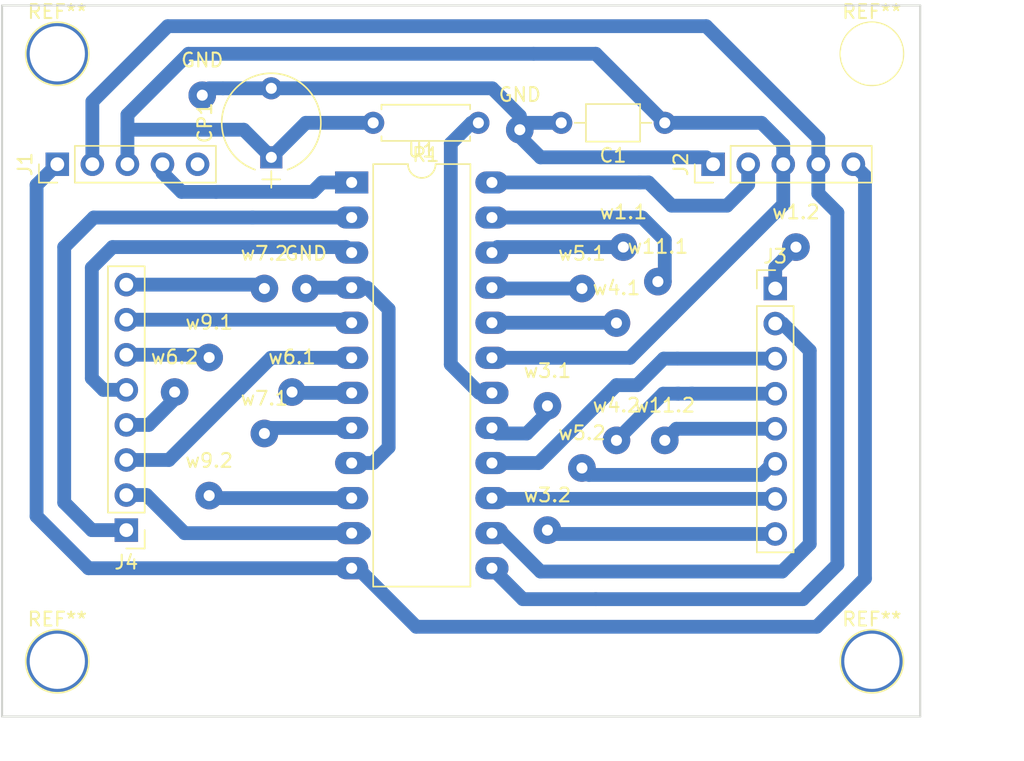
<source format=kicad_pcb>
(kicad_pcb (version 4) (host pcbnew 4.0.7)

  (general
    (links 52)
    (no_connects 10)
    (area 121.924999 70.477 199.85 127.700001)
    (thickness 1.6)
    (drawings 6)
    (tracks 155)
    (zones 0)
    (modules 31)
    (nets 24)
  )

  (page A4)
  (layers
    (0 F.Cu signal)
    (31 B.Cu signal)
    (32 B.Adhes user)
    (33 F.Adhes user)
    (34 B.Paste user)
    (35 F.Paste user)
    (36 B.SilkS user)
    (37 F.SilkS user)
    (38 B.Mask user)
    (39 F.Mask user)
    (40 Dwgs.User user)
    (41 Cmts.User user)
    (42 Eco1.User user)
    (43 Eco2.User user)
    (44 Edge.Cuts user)
    (45 Margin user)
    (46 B.CrtYd user)
    (47 F.CrtYd user)
    (48 B.Fab user)
    (49 F.Fab user)
  )

  (setup
    (last_trace_width 1)
    (trace_clearance 0.2)
    (zone_clearance 0.508)
    (zone_45_only no)
    (trace_min 0.2)
    (segment_width 0.2)
    (edge_width 0.15)
    (via_size 0.6)
    (via_drill 0.4)
    (via_min_size 0.4)
    (via_min_drill 0.3)
    (uvia_size 0.3)
    (uvia_drill 0.1)
    (uvias_allowed no)
    (uvia_min_size 0.2)
    (uvia_min_drill 0.1)
    (pcb_text_width 0.3)
    (pcb_text_size 1.5 1.5)
    (mod_edge_width 0.15)
    (mod_text_size 1 1)
    (mod_text_width 0.15)
    (pad_size 4.5 4.5)
    (pad_drill 4.5)
    (pad_to_mask_clearance 0.2)
    (aux_axis_origin 0 0)
    (visible_elements 7FFFFFFF)
    (pcbplotparams
      (layerselection 0x00000_00000001)
      (usegerberextensions false)
      (excludeedgelayer true)
      (linewidth 1.000000)
      (plotframeref false)
      (viasonmask false)
      (mode 1)
      (useauxorigin false)
      (hpglpennumber 1)
      (hpglpenspeed 20)
      (hpglpendiameter 15)
      (hpglpenoverlay 2)
      (psnegative false)
      (psa4output false)
      (plotreference true)
      (plotvalue true)
      (plotinvisibletext false)
      (padsonsilk false)
      (subtractmaskfromsilk false)
      (outputformat 4)
      (mirror true)
      (drillshape 0)
      (scaleselection 1)
      (outputdirectory ./))
  )

  (net 0 "")
  (net 1 /V+)
  (net 2 /GND)
  (net 3 /LD)
  (net 4 /CLK)
  (net 5 /DIN)
  (net 6 /DOUT)
  (net 7 /F7)
  (net 8 /F6)
  (net 9 /F5)
  (net 10 /F4)
  (net 11 /F3)
  (net 12 /F2)
  (net 13 /F1)
  (net 14 /F0)
  (net 15 /C0)
  (net 16 /C1)
  (net 17 /C2)
  (net 18 /C3)
  (net 19 /C4)
  (net 20 /C5)
  (net 21 /C6)
  (net 22 /C7)
  (net 23 "Net-(R1-Pad1)")

  (net_class Default "This is the default net class."
    (clearance 0.2)
    (trace_width 1)
    (via_dia 0.6)
    (via_drill 0.4)
    (uvia_dia 0.3)
    (uvia_drill 0.1)
    (add_net /C0)
    (add_net /C1)
    (add_net /C2)
    (add_net /C3)
    (add_net /C4)
    (add_net /C5)
    (add_net /C6)
    (add_net /C7)
    (add_net /CLK)
    (add_net /DIN)
    (add_net /DOUT)
    (add_net /F0)
    (add_net /F1)
    (add_net /F2)
    (add_net /F3)
    (add_net /F4)
    (add_net /F5)
    (add_net /F6)
    (add_net /F7)
    (add_net /GND)
    (add_net /LD)
    (add_net /V+)
    (add_net "Net-(R1-Pad1)")
  )

  (module Wire_Pads:SolderWirePad_single_0-8mmDrill (layer F.Cu) (tedit 5A1C9171) (tstamp 5A121FE8)
    (at 141 91.5)
    (fp_text reference w7.2 (at 0 -2.54) (layer F.SilkS)
      (effects (font (size 1 1) (thickness 0.15)))
    )
    (fp_text value "" (at 0 2.54) (layer F.Fab)
      (effects (font (size 1 1) (thickness 0.15)))
    )
    (pad 1 thru_hole circle (at 0 0) (size 1.99898 1.99898) (drill 0.8001) (layers *.Cu *.Mask)
      (net 22 /C7))
  )

  (module Wire_Pads:SolderWirePad_single_0-8mmDrill (layer F.Cu) (tedit 5A1C9178) (tstamp 5A121FE3)
    (at 141 102)
    (fp_text reference w7.1 (at 0 -2.54) (layer F.SilkS)
      (effects (font (size 1 1) (thickness 0.15)))
    )
    (fp_text value "" (at 0 2.54) (layer F.Fab)
      (effects (font (size 1 1) (thickness 0.15)))
    )
    (pad 1 thru_hole circle (at 0 0) (size 1.99898 1.99898) (drill 0.8001) (layers *.Cu *.Mask)
      (net 22 /C7))
  )

  (module Housings_DIP:DIP-24_W10.16mm_LongPads (layer F.Cu) (tedit 59C78D6C) (tstamp 5A0DC816)
    (at 147.32 83.82)
    (descr "24-lead though-hole mounted DIP package, row spacing 10.16 mm (400 mils), LongPads")
    (tags "THT DIP DIL PDIP 2.54mm 10.16mm 400mil LongPads")
    (path /59C7E30E)
    (fp_text reference U1 (at 5.08 -2.33) (layer F.SilkS)
      (effects (font (size 1 1) (thickness 0.15)))
    )
    (fp_text value MAX7219 (at 5.08 30.27) (layer F.Fab)
      (effects (font (size 1 1) (thickness 0.15)))
    )
    (fp_arc (start 5.08 -1.33) (end 4.08 -1.33) (angle -180) (layer F.SilkS) (width 0.12))
    (fp_line (start 1.51 -1.27) (end 9.65 -1.27) (layer F.Fab) (width 0.1))
    (fp_line (start 9.65 -1.27) (end 9.65 29.21) (layer F.Fab) (width 0.1))
    (fp_line (start 9.65 29.21) (end 0.51 29.21) (layer F.Fab) (width 0.1))
    (fp_line (start 0.51 29.21) (end 0.51 -0.27) (layer F.Fab) (width 0.1))
    (fp_line (start 0.51 -0.27) (end 1.51 -1.27) (layer F.Fab) (width 0.1))
    (fp_line (start 4.08 -1.33) (end 1.56 -1.33) (layer F.SilkS) (width 0.12))
    (fp_line (start 1.56 -1.33) (end 1.56 29.27) (layer F.SilkS) (width 0.12))
    (fp_line (start 1.56 29.27) (end 8.6 29.27) (layer F.SilkS) (width 0.12))
    (fp_line (start 8.6 29.27) (end 8.6 -1.33) (layer F.SilkS) (width 0.12))
    (fp_line (start 8.6 -1.33) (end 6.08 -1.33) (layer F.SilkS) (width 0.12))
    (fp_line (start -1.5 -1.55) (end -1.5 29.5) (layer F.CrtYd) (width 0.05))
    (fp_line (start -1.5 29.5) (end 11.65 29.5) (layer F.CrtYd) (width 0.05))
    (fp_line (start 11.65 29.5) (end 11.65 -1.55) (layer F.CrtYd) (width 0.05))
    (fp_line (start 11.65 -1.55) (end -1.5 -1.55) (layer F.CrtYd) (width 0.05))
    (fp_text user %R (at 5.08 13.97) (layer F.Fab)
      (effects (font (size 1 1) (thickness 0.15)))
    )
    (pad 1 thru_hole rect (at 0 0) (size 2.4 1.6) (drill 0.8) (layers *.Cu *.Mask)
      (net 5 /DIN))
    (pad 13 thru_hole oval (at 10.16 27.94) (size 2.4 1.6) (drill 0.8) (layers *.Cu *.Mask)
      (net 4 /CLK))
    (pad 2 thru_hole oval (at 0 2.54) (size 2.4 1.6) (drill 0.8) (layers *.Cu *.Mask)
      (net 15 /C0))
    (pad 14 thru_hole oval (at 10.16 25.4) (size 2.4 1.6) (drill 0.8) (layers *.Cu *.Mask)
      (net 8 /F6))
    (pad 3 thru_hole oval (at 0 5.08) (size 2.4 1.6) (drill 0.8) (layers *.Cu *.Mask)
      (net 19 /C4))
    (pad 15 thru_hole oval (at 10.16 22.86) (size 2.4 1.6) (drill 0.8) (layers *.Cu *.Mask)
      (net 13 /F1))
    (pad 4 thru_hole oval (at 0 7.62) (size 2.4 1.6) (drill 0.8) (layers *.Cu *.Mask)
      (net 2 /GND))
    (pad 16 thru_hole oval (at 10.16 20.32) (size 2.4 1.6) (drill 0.8) (layers *.Cu *.Mask)
      (net 9 /F5))
    (pad 5 thru_hole oval (at 0 10.16) (size 2.4 1.6) (drill 0.8) (layers *.Cu *.Mask)
      (net 21 /C6))
    (pad 17 thru_hole oval (at 10.16 17.78) (size 2.4 1.6) (drill 0.8) (layers *.Cu *.Mask)
      (net 14 /F0))
    (pad 6 thru_hole oval (at 0 12.7) (size 2.4 1.6) (drill 0.8) (layers *.Cu *.Mask)
      (net 17 /C2))
    (pad 18 thru_hole oval (at 10.16 15.24) (size 2.4 1.6) (drill 0.8) (layers *.Cu *.Mask)
      (net 23 "Net-(R1-Pad1)"))
    (pad 7 thru_hole oval (at 0 15.24) (size 2.4 1.6) (drill 0.8) (layers *.Cu *.Mask)
      (net 18 /C3))
    (pad 19 thru_hole oval (at 10.16 12.7) (size 2.4 1.6) (drill 0.8) (layers *.Cu *.Mask)
      (net 1 /V+))
    (pad 8 thru_hole oval (at 0 17.78) (size 2.4 1.6) (drill 0.8) (layers *.Cu *.Mask)
      (net 22 /C7))
    (pad 20 thru_hole oval (at 10.16 10.16) (size 2.4 1.6) (drill 0.8) (layers *.Cu *.Mask)
      (net 10 /F4))
    (pad 9 thru_hole oval (at 0 20.32) (size 2.4 1.6) (drill 0.8) (layers *.Cu *.Mask)
      (net 2 /GND))
    (pad 21 thru_hole oval (at 10.16 7.62) (size 2.4 1.6) (drill 0.8) (layers *.Cu *.Mask)
      (net 12 /F2))
    (pad 10 thru_hole oval (at 0 22.86) (size 2.4 1.6) (drill 0.8) (layers *.Cu *.Mask)
      (net 20 /C5))
    (pad 22 thru_hole oval (at 10.16 5.08) (size 2.4 1.6) (drill 0.8) (layers *.Cu *.Mask)
      (net 7 /F7))
    (pad 11 thru_hole oval (at 0 25.4) (size 2.4 1.6) (drill 0.8) (layers *.Cu *.Mask)
      (net 16 /C1))
    (pad 23 thru_hole oval (at 10.16 2.54) (size 2.4 1.6) (drill 0.8) (layers *.Cu *.Mask)
      (net 11 /F3))
    (pad 12 thru_hole oval (at 0 27.94) (size 2.4 1.6) (drill 0.8) (layers *.Cu *.Mask)
      (net 3 /LD))
    (pad 24 thru_hole oval (at 10.16 0) (size 2.4 1.6) (drill 0.8) (layers *.Cu *.Mask)
      (net 6 /DOUT))
    (model ${KISYS3DMOD}/Housings_DIP.3dshapes/DIP-24_W10.16mm.wrl
      (at (xyz 0 0 0))
      (scale (xyz 1 1 1))
      (rotate (xyz 0 0 0))
    )
  )

  (module Capacitors_THT:C_Axial_L3.8mm_D2.6mm_P7.50mm_Horizontal (layer F.Cu) (tedit 597BC7C2) (tstamp 5A0DC7C4)
    (at 170 79.5 180)
    (descr "C, Axial series, Axial, Horizontal, pin pitch=7.5mm, , length*diameter=3.8*2.6mm^2, http://www.vishay.com/docs/45231/arseries.pdf")
    (tags "C Axial series Axial Horizontal pin pitch 7.5mm  length 3.8mm diameter 2.6mm")
    (path /59FFA831)
    (fp_text reference C1 (at 3.75 -2.36 180) (layer F.SilkS)
      (effects (font (size 1 1) (thickness 0.15)))
    )
    (fp_text value 0.1µF (at 3.75 2.36 180) (layer F.Fab)
      (effects (font (size 1 1) (thickness 0.15)))
    )
    (fp_line (start 1.85 -1.3) (end 1.85 1.3) (layer F.Fab) (width 0.1))
    (fp_line (start 1.85 1.3) (end 5.65 1.3) (layer F.Fab) (width 0.1))
    (fp_line (start 5.65 1.3) (end 5.65 -1.3) (layer F.Fab) (width 0.1))
    (fp_line (start 5.65 -1.3) (end 1.85 -1.3) (layer F.Fab) (width 0.1))
    (fp_line (start 0 0) (end 1.85 0) (layer F.Fab) (width 0.1))
    (fp_line (start 7.5 0) (end 5.65 0) (layer F.Fab) (width 0.1))
    (fp_line (start 1.79 -1.36) (end 1.79 1.36) (layer F.SilkS) (width 0.12))
    (fp_line (start 1.79 1.36) (end 5.71 1.36) (layer F.SilkS) (width 0.12))
    (fp_line (start 5.71 1.36) (end 5.71 -1.36) (layer F.SilkS) (width 0.12))
    (fp_line (start 5.71 -1.36) (end 1.79 -1.36) (layer F.SilkS) (width 0.12))
    (fp_line (start 0.98 0) (end 1.79 0) (layer F.SilkS) (width 0.12))
    (fp_line (start 6.52 0) (end 5.71 0) (layer F.SilkS) (width 0.12))
    (fp_line (start -1.05 -1.65) (end -1.05 1.65) (layer F.CrtYd) (width 0.05))
    (fp_line (start -1.05 1.65) (end 8.55 1.65) (layer F.CrtYd) (width 0.05))
    (fp_line (start 8.55 1.65) (end 8.55 -1.65) (layer F.CrtYd) (width 0.05))
    (fp_line (start 8.55 -1.65) (end -1.05 -1.65) (layer F.CrtYd) (width 0.05))
    (fp_text user %R (at 3.75 0 180) (layer F.Fab)
      (effects (font (size 1 1) (thickness 0.15)))
    )
    (pad 1 thru_hole circle (at 0 0 180) (size 1.6 1.6) (drill 0.8) (layers *.Cu *.Mask)
      (net 1 /V+))
    (pad 2 thru_hole oval (at 7.5 0 180) (size 1.6 1.6) (drill 0.8) (layers *.Cu *.Mask)
      (net 2 /GND))
    (model ${KISYS3DMOD}/Capacitors_THT.3dshapes/C_Axial_L3.8mm_D2.6mm_P7.50mm_Horizontal.wrl
      (at (xyz 0 0 0))
      (scale (xyz 1 1 1))
      (rotate (xyz 0 0 0))
    )
  )

  (module Resistors_THT:R_Axial_DIN0207_L6.3mm_D2.5mm_P7.62mm_Horizontal (layer F.Cu) (tedit 5874F706) (tstamp 5A0DC7FA)
    (at 156.5 79.5 180)
    (descr "Resistor, Axial_DIN0207 series, Axial, Horizontal, pin pitch=7.62mm, 0.25W = 1/4W, length*diameter=6.3*2.5mm^2, http://cdn-reichelt.de/documents/datenblatt/B400/1_4W%23YAG.pdf")
    (tags "Resistor Axial_DIN0207 series Axial Horizontal pin pitch 7.62mm 0.25W = 1/4W length 6.3mm diameter 2.5mm")
    (path /59FFAE64)
    (fp_text reference R1 (at 3.81 -2.31 180) (layer F.SilkS)
      (effects (font (size 1 1) (thickness 0.15)))
    )
    (fp_text value 24kOhm (at 3.81 2.31 180) (layer F.Fab)
      (effects (font (size 1 1) (thickness 0.15)))
    )
    (fp_line (start 0.66 -1.25) (end 0.66 1.25) (layer F.Fab) (width 0.1))
    (fp_line (start 0.66 1.25) (end 6.96 1.25) (layer F.Fab) (width 0.1))
    (fp_line (start 6.96 1.25) (end 6.96 -1.25) (layer F.Fab) (width 0.1))
    (fp_line (start 6.96 -1.25) (end 0.66 -1.25) (layer F.Fab) (width 0.1))
    (fp_line (start 0 0) (end 0.66 0) (layer F.Fab) (width 0.1))
    (fp_line (start 7.62 0) (end 6.96 0) (layer F.Fab) (width 0.1))
    (fp_line (start 0.6 -0.98) (end 0.6 -1.31) (layer F.SilkS) (width 0.12))
    (fp_line (start 0.6 -1.31) (end 7.02 -1.31) (layer F.SilkS) (width 0.12))
    (fp_line (start 7.02 -1.31) (end 7.02 -0.98) (layer F.SilkS) (width 0.12))
    (fp_line (start 0.6 0.98) (end 0.6 1.31) (layer F.SilkS) (width 0.12))
    (fp_line (start 0.6 1.31) (end 7.02 1.31) (layer F.SilkS) (width 0.12))
    (fp_line (start 7.02 1.31) (end 7.02 0.98) (layer F.SilkS) (width 0.12))
    (fp_line (start -1.05 -1.6) (end -1.05 1.6) (layer F.CrtYd) (width 0.05))
    (fp_line (start -1.05 1.6) (end 8.7 1.6) (layer F.CrtYd) (width 0.05))
    (fp_line (start 8.7 1.6) (end 8.7 -1.6) (layer F.CrtYd) (width 0.05))
    (fp_line (start 8.7 -1.6) (end -1.05 -1.6) (layer F.CrtYd) (width 0.05))
    (pad 1 thru_hole circle (at 0 0 180) (size 1.6 1.6) (drill 0.8) (layers *.Cu *.Mask)
      (net 23 "Net-(R1-Pad1)"))
    (pad 2 thru_hole oval (at 7.62 0 180) (size 1.6 1.6) (drill 0.8) (layers *.Cu *.Mask)
      (net 1 /V+))
    (model ${KISYS3DMOD}/Resistors_THT.3dshapes/R_Axial_DIN0207_L6.3mm_D2.5mm_P7.62mm_Horizontal.wrl
      (at (xyz 0 0 0))
      (scale (xyz 0.393701 0.393701 0.393701))
      (rotate (xyz 0 0 0))
    )
  )

  (module Wire_Pads:SolderWirePad_single_0-8mmDrill (layer F.Cu) (tedit 5A1C91FE) (tstamp 5A121E16)
    (at 167 88.5)
    (fp_text reference w1.1 (at 0 -2.54) (layer F.SilkS)
      (effects (font (size 1 1) (thickness 0.15)))
    )
    (fp_text value "" (at 0 2.54) (layer F.Fab)
      (effects (font (size 1 1) (thickness 0.15)))
    )
    (pad 1 thru_hole circle (at 0 0) (size 1.99898 1.99898) (drill 0.8001) (layers *.Cu *.Mask)
      (net 7 /F7))
  )

  (module Wire_Pads:SolderWirePad_single_0-8mmDrill (layer F.Cu) (tedit 5A1C929F) (tstamp 5A121E4A)
    (at 179.5 88.5)
    (fp_text reference w1.2 (at 0 -2.54) (layer F.SilkS)
      (effects (font (size 1 1) (thickness 0.15)))
    )
    (fp_text value "" (at 0 2.54) (layer F.Fab)
      (effects (font (size 1 1) (thickness 0.15)))
    )
    (pad 1 thru_hole circle (at 0 0) (size 1.99898 1.99898) (drill 0.8001) (layers *.Cu *.Mask)
      (net 7 /F7))
  )

  (module Wire_Pads:SolderWirePad_single_0-8mmDrill (layer F.Cu) (tedit 5A1C91C6) (tstamp 5A121E7C)
    (at 161.5 100)
    (fp_text reference w3.1 (at 0 -2.54) (layer F.SilkS)
      (effects (font (size 1 1) (thickness 0.15)))
    )
    (fp_text value "" (at 0 2.54) (layer F.Fab)
      (effects (font (size 1 1) (thickness 0.15)))
    )
    (pad 1 thru_hole circle (at 0 0) (size 1.99898 1.99898) (drill 0.8001) (layers *.Cu *.Mask)
      (net 14 /F0))
  )

  (module Wire_Pads:SolderWirePad_single_0-8mmDrill (layer F.Cu) (tedit 5A1C91C2) (tstamp 5A121E81)
    (at 161.5 109)
    (fp_text reference w3.2 (at 0 -2.54) (layer F.SilkS)
      (effects (font (size 1 1) (thickness 0.15)))
    )
    (fp_text value "" (at 0 2.54) (layer F.Fab)
      (effects (font (size 1 1) (thickness 0.15)))
    )
    (pad 1 thru_hole circle (at 0 0) (size 1.99898 1.99898) (drill 0.8001) (layers *.Cu *.Mask)
      (net 14 /F0))
  )

  (module Wire_Pads:SolderWirePad_single_0-8mmDrill (layer F.Cu) (tedit 5A1C91E4) (tstamp 5A121EA1)
    (at 166.5 102.5)
    (fp_text reference w4.2 (at 0 -2.54) (layer F.SilkS)
      (effects (font (size 1 1) (thickness 0.15)))
    )
    (fp_text value "" (at 0 2.54) (layer F.Fab)
      (effects (font (size 1 1) (thickness 0.15)))
    )
    (pad 1 thru_hole circle (at 0 0) (size 1.99898 1.99898) (drill 0.8001) (layers *.Cu *.Mask)
      (net 10 /F4))
  )

  (module Wire_Pads:SolderWirePad_single_0-8mmDrill (layer F.Cu) (tedit 5A1C91DC) (tstamp 5A121EA6)
    (at 166.5 94)
    (fp_text reference w4.1 (at 0 -2.54) (layer F.SilkS)
      (effects (font (size 1 1) (thickness 0.15)))
    )
    (fp_text value "" (at 0 2.54) (layer F.Fab)
      (effects (font (size 1 1) (thickness 0.15)))
    )
    (pad 1 thru_hole circle (at 0 0) (size 1.99898 1.99898) (drill 0.8001) (layers *.Cu *.Mask)
      (net 10 /F4))
  )

  (module Wire_Pads:SolderWirePad_single_0-8mmDrill (layer F.Cu) (tedit 5A1C9185) (tstamp 5A121FA5)
    (at 143 99)
    (fp_text reference w6.1 (at 0 -2.54) (layer F.SilkS)
      (effects (font (size 1 1) (thickness 0.15)))
    )
    (fp_text value "" (at 0 2.54) (layer F.Fab)
      (effects (font (size 1 1) (thickness 0.15)))
    )
    (pad 1 thru_hole circle (at 0 0) (size 1.99898 1.99898) (drill 0.8001) (layers *.Cu *.Mask)
      (net 18 /C3))
  )

  (module Wire_Pads:SolderWirePad_single_0-8mmDrill (layer F.Cu) (tedit 5A1C9180) (tstamp 5A121FB1)
    (at 134.5 99)
    (fp_text reference w6.2 (at 0 -2.54) (layer F.SilkS)
      (effects (font (size 1 1) (thickness 0.15)))
    )
    (fp_text value "" (at 0 2.54) (layer F.Fab)
      (effects (font (size 1 1) (thickness 0.15)))
    )
    (pad 1 thru_hole circle (at 0 0) (size 1.99898 1.99898) (drill 0.8001) (layers *.Cu *.Mask)
      (net 18 /C3))
  )

  (module Wire_Pads:SolderWirePad_single_0-8mmDrill (layer F.Cu) (tedit 5A1C9273) (tstamp 5A122099)
    (at 137 96.5)
    (fp_text reference w9.1 (at 0 -2.54) (layer F.SilkS)
      (effects (font (size 1 1) (thickness 0.15)))
    )
    (fp_text value "" (at 0 2.54) (layer F.Fab)
      (effects (font (size 1 1) (thickness 0.15)))
    )
    (pad 1 thru_hole circle (at 0 0) (size 1.99898 1.99898) (drill 0.8001) (layers *.Cu *.Mask)
      (net 20 /C5))
  )

  (module Wire_Pads:SolderWirePad_single_0-8mmDrill (layer F.Cu) (tedit 5A1C9289) (tstamp 5A12209E)
    (at 137 106.5)
    (fp_text reference w9.2 (at 0 -2.54) (layer F.SilkS)
      (effects (font (size 1 1) (thickness 0.15)))
    )
    (fp_text value "" (at 0 2.54) (layer F.Fab)
      (effects (font (size 1 1) (thickness 0.15)))
    )
    (pad 1 thru_hole circle (at 0 0) (size 1.99898 1.99898) (drill 0.8001) (layers *.Cu *.Mask)
      (net 20 /C5))
  )

  (module Wire_Pads:SolderWirePad_single_0-8mmDrill (layer F.Cu) (tedit 5A1C91F2) (tstamp 5A1222E6)
    (at 169.5 91)
    (fp_text reference w11.1 (at 0 -2.54) (layer F.SilkS)
      (effects (font (size 1 1) (thickness 0.15)))
    )
    (fp_text value "" (at 0 2.54) (layer F.Fab)
      (effects (font (size 1 1) (thickness 0.15)))
    )
    (pad 1 thru_hole circle (at 0 0) (size 1.99898 1.99898) (drill 0.8001) (layers *.Cu *.Mask)
      (net 11 /F3))
  )

  (module Wire_Pads:SolderWirePad_single_0-8mmDrill (layer F.Cu) (tedit 5A1C91F8) (tstamp 5A1222EB)
    (at 170 102.5)
    (fp_text reference w11.2 (at 0 -2.54) (layer F.SilkS)
      (effects (font (size 1 1) (thickness 0.15)))
    )
    (fp_text value "" (at 0 2.54) (layer F.Fab)
      (effects (font (size 1 1) (thickness 0.15)))
    )
    (pad 1 thru_hole circle (at 0 0) (size 1.99898 1.99898) (drill 0.8001) (layers *.Cu *.Mask)
      (net 11 /F3))
  )

  (module Wire_Pads:SolderWirePad_single_0-8mmDrill (layer F.Cu) (tedit 5A1C91D6) (tstamp 5A122317)
    (at 164 91.5)
    (fp_text reference w5.1 (at 0 -2.54) (layer F.SilkS)
      (effects (font (size 1 1) (thickness 0.15)))
    )
    (fp_text value "" (at 0 2.54) (layer F.Fab)
      (effects (font (size 1 1) (thickness 0.15)))
    )
    (pad 1 thru_hole circle (at 0 0) (size 1.99898 1.99898) (drill 0.8001) (layers *.Cu *.Mask)
      (net 12 /F2))
  )

  (module Wire_Pads:SolderWirePad_single_0-8mmDrill (layer F.Cu) (tedit 5A1C91D0) (tstamp 5A12232D)
    (at 164 104.5)
    (fp_text reference w5.2 (at 0 -2.54) (layer F.SilkS)
      (effects (font (size 1 1) (thickness 0.15)))
    )
    (fp_text value "" (at 0 2.54) (layer F.Fab)
      (effects (font (size 1 1) (thickness 0.15)))
    )
    (pad 1 thru_hole circle (at 0 0) (size 1.99898 1.99898) (drill 0.8001) (layers *.Cu *.Mask)
      (net 12 /F2))
  )

  (module Pin_Headers:Pin_Header_Straight_1x05_Pitch2.54mm (layer F.Cu) (tedit 59650532) (tstamp 5A207A78)
    (at 126 82.5 90)
    (descr "Through hole straight pin header, 1x05, 2.54mm pitch, single row")
    (tags "Through hole pin header THT 1x05 2.54mm single row")
    (path /5A09A051)
    (fp_text reference J1 (at 0 -2.33 90) (layer F.SilkS)
      (effects (font (size 1 1) (thickness 0.15)))
    )
    (fp_text value Conn_01x05 (at 0 12.49 90) (layer F.Fab)
      (effects (font (size 1 1) (thickness 0.15)))
    )
    (fp_line (start -0.635 -1.27) (end 1.27 -1.27) (layer F.Fab) (width 0.1))
    (fp_line (start 1.27 -1.27) (end 1.27 11.43) (layer F.Fab) (width 0.1))
    (fp_line (start 1.27 11.43) (end -1.27 11.43) (layer F.Fab) (width 0.1))
    (fp_line (start -1.27 11.43) (end -1.27 -0.635) (layer F.Fab) (width 0.1))
    (fp_line (start -1.27 -0.635) (end -0.635 -1.27) (layer F.Fab) (width 0.1))
    (fp_line (start -1.33 11.49) (end 1.33 11.49) (layer F.SilkS) (width 0.12))
    (fp_line (start -1.33 1.27) (end -1.33 11.49) (layer F.SilkS) (width 0.12))
    (fp_line (start 1.33 1.27) (end 1.33 11.49) (layer F.SilkS) (width 0.12))
    (fp_line (start -1.33 1.27) (end 1.33 1.27) (layer F.SilkS) (width 0.12))
    (fp_line (start -1.33 0) (end -1.33 -1.33) (layer F.SilkS) (width 0.12))
    (fp_line (start -1.33 -1.33) (end 0 -1.33) (layer F.SilkS) (width 0.12))
    (fp_line (start -1.8 -1.8) (end -1.8 11.95) (layer F.CrtYd) (width 0.05))
    (fp_line (start -1.8 11.95) (end 1.8 11.95) (layer F.CrtYd) (width 0.05))
    (fp_line (start 1.8 11.95) (end 1.8 -1.8) (layer F.CrtYd) (width 0.05))
    (fp_line (start 1.8 -1.8) (end -1.8 -1.8) (layer F.CrtYd) (width 0.05))
    (fp_text user %R (at 0 5.08 180) (layer F.Fab)
      (effects (font (size 1 1) (thickness 0.15)))
    )
    (pad 1 thru_hole rect (at 0 0 90) (size 1.7 1.7) (drill 1) (layers *.Cu *.Mask)
      (net 3 /LD))
    (pad 2 thru_hole oval (at 0 2.54 90) (size 1.7 1.7) (drill 1) (layers *.Cu *.Mask)
      (net 4 /CLK))
    (pad 3 thru_hole oval (at 0 5.08 90) (size 1.7 1.7) (drill 1) (layers *.Cu *.Mask)
      (net 1 /V+))
    (pad 4 thru_hole oval (at 0 7.62 90) (size 1.7 1.7) (drill 1) (layers *.Cu *.Mask)
      (net 5 /DIN))
    (pad 5 thru_hole oval (at 0 10.16 90) (size 1.7 1.7) (drill 1) (layers *.Cu *.Mask)
      (net 2 /GND))
    (model ${KISYS3DMOD}/Pin_Headers.3dshapes/Pin_Header_Straight_1x05_Pitch2.54mm.wrl
      (at (xyz 0 0 0))
      (scale (xyz 1 1 1))
      (rotate (xyz 0 0 0))
    )
  )

  (module Pin_Headers:Pin_Header_Straight_1x05_Pitch2.54mm (layer F.Cu) (tedit 59650532) (tstamp 5A207A81)
    (at 173.5 82.5 90)
    (descr "Through hole straight pin header, 1x05, 2.54mm pitch, single row")
    (tags "Through hole pin header THT 1x05 2.54mm single row")
    (path /5A09A094)
    (fp_text reference J2 (at 0 -2.33 90) (layer F.SilkS)
      (effects (font (size 1 1) (thickness 0.15)))
    )
    (fp_text value Conn_01x05 (at 0 12.49 90) (layer F.Fab)
      (effects (font (size 1 1) (thickness 0.15)))
    )
    (fp_line (start -0.635 -1.27) (end 1.27 -1.27) (layer F.Fab) (width 0.1))
    (fp_line (start 1.27 -1.27) (end 1.27 11.43) (layer F.Fab) (width 0.1))
    (fp_line (start 1.27 11.43) (end -1.27 11.43) (layer F.Fab) (width 0.1))
    (fp_line (start -1.27 11.43) (end -1.27 -0.635) (layer F.Fab) (width 0.1))
    (fp_line (start -1.27 -0.635) (end -0.635 -1.27) (layer F.Fab) (width 0.1))
    (fp_line (start -1.33 11.49) (end 1.33 11.49) (layer F.SilkS) (width 0.12))
    (fp_line (start -1.33 1.27) (end -1.33 11.49) (layer F.SilkS) (width 0.12))
    (fp_line (start 1.33 1.27) (end 1.33 11.49) (layer F.SilkS) (width 0.12))
    (fp_line (start -1.33 1.27) (end 1.33 1.27) (layer F.SilkS) (width 0.12))
    (fp_line (start -1.33 0) (end -1.33 -1.33) (layer F.SilkS) (width 0.12))
    (fp_line (start -1.33 -1.33) (end 0 -1.33) (layer F.SilkS) (width 0.12))
    (fp_line (start -1.8 -1.8) (end -1.8 11.95) (layer F.CrtYd) (width 0.05))
    (fp_line (start -1.8 11.95) (end 1.8 11.95) (layer F.CrtYd) (width 0.05))
    (fp_line (start 1.8 11.95) (end 1.8 -1.8) (layer F.CrtYd) (width 0.05))
    (fp_line (start 1.8 -1.8) (end -1.8 -1.8) (layer F.CrtYd) (width 0.05))
    (fp_text user %R (at 0 5.08 180) (layer F.Fab)
      (effects (font (size 1 1) (thickness 0.15)))
    )
    (pad 1 thru_hole rect (at 0 0 90) (size 1.7 1.7) (drill 1) (layers *.Cu *.Mask)
      (net 2 /GND))
    (pad 2 thru_hole oval (at 0 2.54 90) (size 1.7 1.7) (drill 1) (layers *.Cu *.Mask)
      (net 6 /DOUT))
    (pad 3 thru_hole oval (at 0 5.08 90) (size 1.7 1.7) (drill 1) (layers *.Cu *.Mask)
      (net 1 /V+))
    (pad 4 thru_hole oval (at 0 7.62 90) (size 1.7 1.7) (drill 1) (layers *.Cu *.Mask)
      (net 4 /CLK))
    (pad 5 thru_hole oval (at 0 10.16 90) (size 1.7 1.7) (drill 1) (layers *.Cu *.Mask)
      (net 3 /LD))
    (model ${KISYS3DMOD}/Pin_Headers.3dshapes/Pin_Header_Straight_1x05_Pitch2.54mm.wrl
      (at (xyz 0 0 0))
      (scale (xyz 1 1 1))
      (rotate (xyz 0 0 0))
    )
  )

  (module Pin_Headers:Pin_Header_Straight_1x08_Pitch2.54mm (layer F.Cu) (tedit 59650532) (tstamp 5A207C5D)
    (at 131 109 180)
    (descr "Through hole straight pin header, 1x08, 2.54mm pitch, single row")
    (tags "Through hole pin header THT 1x08 2.54mm single row")
    (path /5A09A95A)
    (fp_text reference J4 (at 0 -2.33 180) (layer F.SilkS)
      (effects (font (size 1 1) (thickness 0.15)))
    )
    (fp_text value Conn_01x08 (at 0 20.11 180) (layer F.Fab)
      (effects (font (size 1 1) (thickness 0.15)))
    )
    (fp_line (start -0.635 -1.27) (end 1.27 -1.27) (layer F.Fab) (width 0.1))
    (fp_line (start 1.27 -1.27) (end 1.27 19.05) (layer F.Fab) (width 0.1))
    (fp_line (start 1.27 19.05) (end -1.27 19.05) (layer F.Fab) (width 0.1))
    (fp_line (start -1.27 19.05) (end -1.27 -0.635) (layer F.Fab) (width 0.1))
    (fp_line (start -1.27 -0.635) (end -0.635 -1.27) (layer F.Fab) (width 0.1))
    (fp_line (start -1.33 19.11) (end 1.33 19.11) (layer F.SilkS) (width 0.12))
    (fp_line (start -1.33 1.27) (end -1.33 19.11) (layer F.SilkS) (width 0.12))
    (fp_line (start 1.33 1.27) (end 1.33 19.11) (layer F.SilkS) (width 0.12))
    (fp_line (start -1.33 1.27) (end 1.33 1.27) (layer F.SilkS) (width 0.12))
    (fp_line (start -1.33 0) (end -1.33 -1.33) (layer F.SilkS) (width 0.12))
    (fp_line (start -1.33 -1.33) (end 0 -1.33) (layer F.SilkS) (width 0.12))
    (fp_line (start -1.8 -1.8) (end -1.8 19.55) (layer F.CrtYd) (width 0.05))
    (fp_line (start -1.8 19.55) (end 1.8 19.55) (layer F.CrtYd) (width 0.05))
    (fp_line (start 1.8 19.55) (end 1.8 -1.8) (layer F.CrtYd) (width 0.05))
    (fp_line (start 1.8 -1.8) (end -1.8 -1.8) (layer F.CrtYd) (width 0.05))
    (fp_text user %R (at 0 8.89 270) (layer F.Fab)
      (effects (font (size 1 1) (thickness 0.15)))
    )
    (pad 1 thru_hole rect (at 0 0 180) (size 1.7 1.7) (drill 1) (layers *.Cu *.Mask)
      (net 15 /C0))
    (pad 2 thru_hole oval (at 0 2.54 180) (size 1.7 1.7) (drill 1) (layers *.Cu *.Mask)
      (net 16 /C1))
    (pad 3 thru_hole oval (at 0 5.08 180) (size 1.7 1.7) (drill 1) (layers *.Cu *.Mask)
      (net 17 /C2))
    (pad 4 thru_hole oval (at 0 7.62 180) (size 1.7 1.7) (drill 1) (layers *.Cu *.Mask)
      (net 18 /C3))
    (pad 5 thru_hole oval (at 0 10.16 180) (size 1.7 1.7) (drill 1) (layers *.Cu *.Mask)
      (net 19 /C4))
    (pad 6 thru_hole oval (at 0 12.7 180) (size 1.7 1.7) (drill 1) (layers *.Cu *.Mask)
      (net 20 /C5))
    (pad 7 thru_hole oval (at 0 15.24 180) (size 1.7 1.7) (drill 1) (layers *.Cu *.Mask)
      (net 21 /C6))
    (pad 8 thru_hole oval (at 0 17.78 180) (size 1.7 1.7) (drill 1) (layers *.Cu *.Mask)
      (net 22 /C7))
    (model ${KISYS3DMOD}/Pin_Headers.3dshapes/Pin_Header_Straight_1x08_Pitch2.54mm.wrl
      (at (xyz 0 0 0))
      (scale (xyz 1 1 1))
      (rotate (xyz 0 0 0))
    )
  )

  (module Capacitors_THT:CP_Radial_Tantal_D7.0mm_P5.00mm (layer F.Cu) (tedit 597C781B) (tstamp 5A207CFF)
    (at 141.5 82 90)
    (descr "CP, Radial_Tantal series, Radial, pin pitch=5.00mm, , diameter=7.0mm, Tantal Electrolytic Capacitor, http://cdn-reichelt.de/documents/datenblatt/B300/TANTAL-TB-Serie%23.pdf")
    (tags "CP Radial_Tantal series Radial pin pitch 5.00mm  diameter 7.0mm Tantal Electrolytic Capacitor")
    (path /59FFA866)
    (fp_text reference CP1 (at 2.5 -4.81 90) (layer F.SilkS)
      (effects (font (size 1 1) (thickness 0.15)))
    )
    (fp_text value 10µF (at 2.5 4.81 90) (layer F.Fab)
      (effects (font (size 1 1) (thickness 0.15)))
    )
    (fp_arc (start 2.5 0) (end -0.890531 -1.18) (angle 141.6) (layer F.SilkS) (width 0.12))
    (fp_arc (start 2.5 0) (end -0.890531 1.18) (angle -141.6) (layer F.SilkS) (width 0.12))
    (fp_arc (start 2.5 0) (end 5.890531 -1.18) (angle 38.4) (layer F.SilkS) (width 0.12))
    (fp_circle (center 2.5 0) (end 6 0) (layer F.Fab) (width 0.1))
    (fp_line (start -2.2 0) (end -1 0) (layer F.Fab) (width 0.1))
    (fp_line (start -1.6 -0.65) (end -1.6 0.65) (layer F.Fab) (width 0.1))
    (fp_line (start -2.2 0) (end -1 0) (layer F.SilkS) (width 0.12))
    (fp_line (start -1.6 -0.65) (end -1.6 0.65) (layer F.SilkS) (width 0.12))
    (fp_line (start -1.35 -3.85) (end -1.35 3.85) (layer F.CrtYd) (width 0.05))
    (fp_line (start -1.35 3.85) (end 6.35 3.85) (layer F.CrtYd) (width 0.05))
    (fp_line (start 6.35 3.85) (end 6.35 -3.85) (layer F.CrtYd) (width 0.05))
    (fp_line (start 6.35 -3.85) (end -1.35 -3.85) (layer F.CrtYd) (width 0.05))
    (fp_text user %R (at 2.5 0 90) (layer F.Fab)
      (effects (font (size 1 1) (thickness 0.15)))
    )
    (pad 1 thru_hole rect (at 0 0 90) (size 1.6 1.6) (drill 0.8) (layers *.Cu *.Mask)
      (net 1 /V+))
    (pad 2 thru_hole circle (at 5 0 90) (size 1.6 1.6) (drill 0.8) (layers *.Cu *.Mask)
      (net 2 /GND))
    (model ${KISYS3DMOD}/Capacitors_THT.3dshapes/CP_Radial_Tantal_D7.0mm_P5.00mm.wrl
      (at (xyz 0 0 0))
      (scale (xyz 1 1 1))
      (rotate (xyz 0 0 0))
    )
  )

  (module Pin_Headers:Pin_Header_Straight_1x08_Pitch2.54mm (layer F.Cu) (tedit 59650532) (tstamp 5A2081E7)
    (at 178 91.5)
    (descr "Through hole straight pin header, 1x08, 2.54mm pitch, single row")
    (tags "Through hole pin header THT 1x08 2.54mm single row")
    (path /5A09A91B)
    (fp_text reference J3 (at 0 -2.33) (layer F.SilkS)
      (effects (font (size 1 1) (thickness 0.15)))
    )
    (fp_text value Conn_01x08 (at 0 20.11) (layer F.Fab)
      (effects (font (size 1 1) (thickness 0.15)))
    )
    (fp_line (start -0.635 -1.27) (end 1.27 -1.27) (layer F.Fab) (width 0.1))
    (fp_line (start 1.27 -1.27) (end 1.27 19.05) (layer F.Fab) (width 0.1))
    (fp_line (start 1.27 19.05) (end -1.27 19.05) (layer F.Fab) (width 0.1))
    (fp_line (start -1.27 19.05) (end -1.27 -0.635) (layer F.Fab) (width 0.1))
    (fp_line (start -1.27 -0.635) (end -0.635 -1.27) (layer F.Fab) (width 0.1))
    (fp_line (start -1.33 19.11) (end 1.33 19.11) (layer F.SilkS) (width 0.12))
    (fp_line (start -1.33 1.27) (end -1.33 19.11) (layer F.SilkS) (width 0.12))
    (fp_line (start 1.33 1.27) (end 1.33 19.11) (layer F.SilkS) (width 0.12))
    (fp_line (start -1.33 1.27) (end 1.33 1.27) (layer F.SilkS) (width 0.12))
    (fp_line (start -1.33 0) (end -1.33 -1.33) (layer F.SilkS) (width 0.12))
    (fp_line (start -1.33 -1.33) (end 0 -1.33) (layer F.SilkS) (width 0.12))
    (fp_line (start -1.8 -1.8) (end -1.8 19.55) (layer F.CrtYd) (width 0.05))
    (fp_line (start -1.8 19.55) (end 1.8 19.55) (layer F.CrtYd) (width 0.05))
    (fp_line (start 1.8 19.55) (end 1.8 -1.8) (layer F.CrtYd) (width 0.05))
    (fp_line (start 1.8 -1.8) (end -1.8 -1.8) (layer F.CrtYd) (width 0.05))
    (fp_text user %R (at 0 8.89 90) (layer F.Fab)
      (effects (font (size 1 1) (thickness 0.15)))
    )
    (pad 1 thru_hole rect (at 0 0) (size 1.7 1.7) (drill 1) (layers *.Cu *.Mask)
      (net 7 /F7))
    (pad 2 thru_hole oval (at 0 2.54) (size 1.7 1.7) (drill 1) (layers *.Cu *.Mask)
      (net 8 /F6))
    (pad 3 thru_hole oval (at 0 5.08) (size 1.7 1.7) (drill 1) (layers *.Cu *.Mask)
      (net 9 /F5))
    (pad 4 thru_hole oval (at 0 7.62) (size 1.7 1.7) (drill 1) (layers *.Cu *.Mask)
      (net 10 /F4))
    (pad 5 thru_hole oval (at 0 10.16) (size 1.7 1.7) (drill 1) (layers *.Cu *.Mask)
      (net 11 /F3))
    (pad 6 thru_hole oval (at 0 12.7) (size 1.7 1.7) (drill 1) (layers *.Cu *.Mask)
      (net 12 /F2))
    (pad 7 thru_hole oval (at 0 15.24) (size 1.7 1.7) (drill 1) (layers *.Cu *.Mask)
      (net 13 /F1))
    (pad 8 thru_hole oval (at 0 17.78) (size 1.7 1.7) (drill 1) (layers *.Cu *.Mask)
      (net 14 /F0))
    (model ${KISYS3DMOD}/Pin_Headers.3dshapes/Pin_Header_Straight_1x08_Pitch2.54mm.wrl
      (at (xyz 0 0 0))
      (scale (xyz 1 1 1))
      (rotate (xyz 0 0 0))
    )
  )

  (module Connectors:1pin (layer F.Cu) (tedit 5A2C4303) (tstamp 5A208BEE)
    (at 126 118.5)
    (descr "module 1 pin (ou trou mecanique de percage)")
    (tags DEV)
    (fp_text reference REF** (at 0 -3.048) (layer F.SilkS)
      (effects (font (size 1 1) (thickness 0.15)))
    )
    (fp_text value 1pin (at 0 3) (layer F.Fab) hide
      (effects (font (size 1 1) (thickness 0.15)))
    )
    (fp_circle (center 0 0) (end 2 0.8) (layer F.Fab) (width 0.1))
    (fp_circle (center 0 0) (end 2.6 0) (layer F.CrtYd) (width 0.05))
    (fp_circle (center 0 0) (end 0 -2.286) (layer F.SilkS) (width 0.12))
    (pad 1 thru_hole circle (at 0 0) (size 4.5 4.5) (drill 4) (layers *.Cu *.Mask))
  )

  (module Connectors:1pin (layer F.Cu) (tedit 5A2C431C) (tstamp 5A208D27)
    (at 185 74.5)
    (descr "module 1 pin (ou trou mecanique de percage)")
    (tags DEV)
    (fp_text reference REF** (at 0 -3.048) (layer F.SilkS)
      (effects (font (size 1 1) (thickness 0.15)))
    )
    (fp_text value 1pin (at 0 3) (layer F.Fab) hide
      (effects (font (size 1 1) (thickness 0.15)))
    )
    (fp_circle (center 0 0) (end 2 0.8) (layer F.Fab) (width 0.1))
    (fp_circle (center 0 0) (end 2.6 0) (layer F.CrtYd) (width 0.05))
    (fp_circle (center 0 0) (end 0 -2.286) (layer F.SilkS) (width 0.12))
    (pad 1 thru_hole circle (at 0 0) (size 4.5 4.5) (drill 4.5) (layers *.Cu *.Mask))
  )

  (module Connectors:1pin (layer F.Cu) (tedit 5A2C430E) (tstamp 5A208D5B)
    (at 185 118.5)
    (descr "module 1 pin (ou trou mecanique de percage)")
    (tags DEV)
    (fp_text reference REF** (at 0 -3.048) (layer F.SilkS)
      (effects (font (size 1 1) (thickness 0.15)))
    )
    (fp_text value 1pin (at 0 3) (layer F.Fab) hide
      (effects (font (size 1 1) (thickness 0.15)))
    )
    (fp_circle (center 0 0) (end 2 0.8) (layer F.Fab) (width 0.1))
    (fp_circle (center 0 0) (end 2.6 0) (layer F.CrtYd) (width 0.05))
    (fp_circle (center 0 0) (end 0 -2.286) (layer F.SilkS) (width 0.12))
    (pad 1 thru_hole circle (at 0 0) (size 4.5 4.5) (drill 4) (layers *.Cu *.Mask))
  )

  (module Connectors:1pin (layer F.Cu) (tedit 5A2C42F3) (tstamp 5A208EA6)
    (at 126 74.5)
    (descr "module 1 pin (ou trou mecanique de percage)")
    (tags DEV)
    (fp_text reference REF** (at 0 -3.048) (layer F.SilkS)
      (effects (font (size 1 1) (thickness 0.15)))
    )
    (fp_text value 1pin (at 0 3) (layer F.Fab) hide
      (effects (font (size 1 1) (thickness 0.15)))
    )
    (fp_circle (center 0 0) (end 2 0.8) (layer F.Fab) (width 0.1))
    (fp_circle (center 0 0) (end 2.6 0) (layer F.CrtYd) (width 0.05))
    (fp_circle (center 0 0) (end 0 -2.286) (layer F.SilkS) (width 0.12))
    (pad 1 thru_hole circle (at 0 0) (size 4.5 4.5) (drill 4) (layers *.Cu *.Mask))
  )

  (module Wire_Pads:SolderWirePad_single_0-8mmDrill (layer F.Cu) (tedit 5A25C6BD) (tstamp 5A25C675)
    (at 136.5 77.5)
    (fp_text reference GND (at 0 -2.54) (layer F.SilkS)
      (effects (font (size 1 1) (thickness 0.15)))
    )
    (fp_text value "" (at 0 2.54) (layer F.Fab)
      (effects (font (size 1 1) (thickness 0.15)))
    )
    (pad 1 thru_hole circle (at 0 0) (size 1.99898 1.99898) (drill 0.8001) (layers *.Cu *.Mask)
      (net 2 /GND))
  )

  (module Wire_Pads:SolderWirePad_single_0-8mmDrill (layer F.Cu) (tedit 5A25C7E6) (tstamp 5A25C7CB)
    (at 144 91.5)
    (fp_text reference GND (at 0 -2.54) (layer F.SilkS)
      (effects (font (size 1 1) (thickness 0.15)))
    )
    (fp_text value "" (at 0 2.54) (layer F.Fab)
      (effects (font (size 1 1) (thickness 0.15)))
    )
    (pad 1 thru_hole circle (at 0 0) (size 1.99898 1.99898) (drill 0.8001) (layers *.Cu *.Mask)
      (net 2 /GND))
  )

  (module Wire_Pads:SolderWirePad_single_0-8mmDrill (layer F.Cu) (tedit 5A25C9EF) (tstamp 5A25C99C)
    (at 159.5 80)
    (fp_text reference GND (at 0 -2.54) (layer F.SilkS)
      (effects (font (size 1 1) (thickness 0.15)))
    )
    (fp_text value "" (at 0 2.54) (layer F.Fab)
      (effects (font (size 1 1) (thickness 0.15)))
    )
    (pad 1 thru_hole circle (at 0 0) (size 1.99898 1.99898) (drill 0.8001) (layers *.Cu *.Mask)
      (net 2 /GND))
  )

  (dimension 66.5 (width 0.3) (layer Dwgs.User)
    (gr_text "66.500 mm" (at 155.25 126.35) (layer Dwgs.User)
      (effects (font (size 1.5 1.5) (thickness 0.3)))
    )
    (feature1 (pts (xy 188.5 122.5) (xy 188.5 127.7)))
    (feature2 (pts (xy 122 122.5) (xy 122 127.7)))
    (crossbar (pts (xy 122 125) (xy 188.5 125)))
    (arrow1a (pts (xy 188.5 125) (xy 187.373496 125.586421)))
    (arrow1b (pts (xy 188.5 125) (xy 187.373496 124.413579)))
    (arrow2a (pts (xy 122 125) (xy 123.126504 125.586421)))
    (arrow2b (pts (xy 122 125) (xy 123.126504 124.413579)))
  )
  (dimension 51.5 (width 0.3) (layer Dwgs.User)
    (gr_text "51.500 mm" (at 193.35 96.75 270) (layer Dwgs.User)
      (effects (font (size 1.5 1.5) (thickness 0.3)))
    )
    (feature1 (pts (xy 188.5 122.5) (xy 194.7 122.5)))
    (feature2 (pts (xy 188.5 71) (xy 194.7 71)))
    (crossbar (pts (xy 192 71) (xy 192 122.5)))
    (arrow1a (pts (xy 192 122.5) (xy 191.413579 121.373496)))
    (arrow1b (pts (xy 192 122.5) (xy 192.586421 121.373496)))
    (arrow2a (pts (xy 192 71) (xy 191.413579 72.126504)))
    (arrow2b (pts (xy 192 71) (xy 192.586421 72.126504)))
  )
  (gr_line (start 122 122.5) (end 122 71) (angle 90) (layer Edge.Cuts) (width 0.15))
  (gr_line (start 188.5 122.5) (end 122 122.5) (angle 90) (layer Edge.Cuts) (width 0.15))
  (gr_line (start 188.5 71) (end 188.5 122.5) (angle 90) (layer Edge.Cuts) (width 0.15))
  (gr_line (start 122 71) (end 188.5 71) (angle 90) (layer Edge.Cuts) (width 0.15))

  (segment (start 178.58 82.5) (end 178.58 85.42) (width 1) (layer B.Cu) (net 1))
  (segment (start 167.48 96.52) (end 157.48 96.52) (width 1) (layer B.Cu) (net 1) (tstamp 5A2C4BC6))
  (segment (start 170.5 93.5) (end 167.48 96.52) (width 1) (layer B.Cu) (net 1) (tstamp 5A2C4BC5))
  (segment (start 170.5 93.5) (end 176 88) (width 1) (layer B.Cu) (net 1))
  (segment (start 178.58 85.42) (end 176 88) (width 1) (layer B.Cu) (net 1) (tstamp 5A2C4C65))
  (segment (start 170 79.5) (end 165 74.5) (width 1) (layer B.Cu) (net 1))
  (segment (start 160.5 74.5) (end 135.5 74.5) (width 1) (layer B.Cu) (net 1) (tstamp 5A25D249))
  (segment (start 131.08 78.92) (end 135.5 74.5) (width 1) (layer B.Cu) (net 1) (tstamp 5A25D2E0))
  (segment (start 131.08 78.92) (end 131.08 80) (width 1) (layer B.Cu) (net 1) (tstamp 5A2C4330))
  (segment (start 165 74.5) (end 160.5 74.5) (width 1) (layer B.Cu) (net 1) (tstamp 5A2C4C53))
  (segment (start 170 79.5) (end 177 79.5) (width 1) (layer B.Cu) (net 1))
  (segment (start 177 79.5) (end 178.58 81.08) (width 1) (layer B.Cu) (net 1) (tstamp 5A2C4C45))
  (segment (start 178.58 81.08) (end 178.58 82.5) (width 1) (layer B.Cu) (net 1) (tstamp 5A2C4C46))
  (segment (start 131.08 80) (end 139.5 80) (width 1) (layer B.Cu) (net 1))
  (segment (start 139.5 80) (end 141.5 82) (width 1) (layer B.Cu) (net 1) (tstamp 5A2C4332))
  (segment (start 131.08 82.5) (end 131.08 80) (width 1) (layer B.Cu) (net 1))
  (segment (start 148.88 79.5) (end 144 79.5) (width 1) (layer B.Cu) (net 1))
  (segment (start 144 79.5) (end 141.5 82) (width 1) (layer B.Cu) (net 1) (tstamp 5A25D230))
  (segment (start 159.5 80) (end 159.5 80.5) (width 1) (layer B.Cu) (net 2))
  (segment (start 159.5 80.5) (end 161 82) (width 1) (layer B.Cu) (net 2) (tstamp 5A2C4C7A))
  (segment (start 161 82) (end 173 82) (width 1) (layer B.Cu) (net 2) (tstamp 5A2C4C7B))
  (segment (start 173 82) (end 173.5 82.5) (width 1) (layer B.Cu) (net 2) (tstamp 5A2C4C7C))
  (segment (start 159.5 80) (end 159.5 79) (width 1) (layer B.Cu) (net 2))
  (segment (start 157.5 77) (end 141.5 77) (width 1) (layer B.Cu) (net 2) (tstamp 5A2C4A25))
  (segment (start 159.5 79) (end 157.5 77) (width 1) (layer B.Cu) (net 2) (tstamp 5A2C4A35))
  (segment (start 147.32 91.44) (end 144.06 91.44) (width 1) (layer B.Cu) (net 2))
  (segment (start 144.06 91.44) (end 144 91.5) (width 1) (layer B.Cu) (net 2) (tstamp 5A2C49F3))
  (segment (start 147.32 91.44) (end 148.44 91.44) (width 1) (layer B.Cu) (net 2))
  (segment (start 148.44 91.44) (end 150 93) (width 1) (layer B.Cu) (net 2) (tstamp 5A2C48F0))
  (segment (start 150 93) (end 150 103) (width 1) (layer B.Cu) (net 2) (tstamp 5A2C48F1))
  (segment (start 150 103) (end 148.86 104.14) (width 1) (layer B.Cu) (net 2) (tstamp 5A2C48F2))
  (segment (start 148.86 104.14) (end 147.32 104.14) (width 1) (layer B.Cu) (net 2) (tstamp 5A2C48F4))
  (segment (start 137 77) (end 138 77) (width 1) (layer B.Cu) (net 2))
  (segment (start 138 77) (end 141.5 77) (width 1) (layer B.Cu) (net 2))
  (segment (start 137 77) (end 136.5 77.5) (width 1) (layer B.Cu) (net 2) (tstamp 5A2C432D))
  (segment (start 162.5 79.5) (end 160 79.5) (width 1) (layer B.Cu) (net 2))
  (segment (start 160 79.5) (end 159.5 80) (width 1) (layer B.Cu) (net 2) (tstamp 5A25D1B2))
  (segment (start 184.5 112.5) (end 184.5 83.34) (width 1) (layer B.Cu) (net 3))
  (segment (start 147.76 111.76) (end 152 116) (width 1) (layer B.Cu) (net 3) (tstamp 5A2C4865))
  (segment (start 181 116) (end 152 116) (width 1) (layer B.Cu) (net 3) (tstamp 5A2C48C8))
  (segment (start 184.5 112.5) (end 181 116) (width 1) (layer B.Cu) (net 3))
  (segment (start 184.5 83.34) (end 183.66 82.5) (width 1) (layer B.Cu) (net 3) (tstamp 5A2C4C62))
  (segment (start 147.32 111.76) (end 147.76 111.76) (width 1) (layer B.Cu) (net 3))
  (segment (start 147.32 111.76) (end 128.26 111.76) (width 1) (layer B.Cu) (net 3))
  (segment (start 124.5 84) (end 126 82.5) (width 1) (layer B.Cu) (net 3) (tstamp 5A2C4707))
  (segment (start 124.5 108) (end 124.5 84) (width 1) (layer B.Cu) (net 3) (tstamp 5A2C4702))
  (segment (start 128.26 111.76) (end 124.5 108) (width 1) (layer B.Cu) (net 3) (tstamp 5A2C46FF))
  (segment (start 182.5 111.5) (end 182.5 86) (width 1) (layer B.Cu) (net 4))
  (segment (start 165 114) (end 159.72 114) (width 1) (layer B.Cu) (net 4))
  (segment (start 165 114) (end 180 114) (width 1) (layer B.Cu) (net 4) (tstamp 5A25CC07))
  (segment (start 157.48 111.76) (end 159.72 114) (width 1) (layer B.Cu) (net 4) (tstamp 5A25CDD8))
  (segment (start 180 114) (end 182.5 111.5) (width 1) (layer B.Cu) (net 4))
  (segment (start 181.12 84.62) (end 181.12 82.5) (width 1) (layer B.Cu) (net 4) (tstamp 5A2C4C5F))
  (segment (start 182.5 86) (end 181.12 84.62) (width 1) (layer B.Cu) (net 4) (tstamp 5A2C4C5E))
  (segment (start 181.12 82.5) (end 181.12 80.62) (width 1) (layer B.Cu) (net 4))
  (segment (start 181.12 80.62) (end 173 72.5) (width 1) (layer B.Cu) (net 4) (tstamp 5A2C4C57))
  (segment (start 134 72.5) (end 173 72.5) (width 1) (layer B.Cu) (net 4) (tstamp 5A25D2ED))
  (segment (start 128.54 82.5) (end 128.54 77.96) (width 1) (layer B.Cu) (net 4))
  (segment (start 128.54 77.96) (end 134 72.5) (width 1) (layer B.Cu) (net 4) (tstamp 5A25D2E9))
  (segment (start 133.62 82.5) (end 133.62 83.12) (width 1) (layer B.Cu) (net 5))
  (segment (start 133.62 83.12) (end 135 84.5) (width 1) (layer B.Cu) (net 5) (tstamp 5A25D310))
  (segment (start 135 84.5) (end 137.5 84.5) (width 1) (layer B.Cu) (net 5) (tstamp 5A25D311))
  (segment (start 145.18 83.82) (end 144.5 84.5) (width 1) (layer B.Cu) (net 5) (tstamp 5A25D302))
  (segment (start 144.5 84.5) (end 137.5 84.5) (width 1) (layer B.Cu) (net 5) (tstamp 5A25D303))
  (segment (start 145.18 83.82) (end 147.32 83.82) (width 1) (layer B.Cu) (net 5))
  (segment (start 168.18 83.82) (end 168.82 83.82) (width 1) (layer B.Cu) (net 6))
  (segment (start 157.48 83.82) (end 168.18 83.82) (width 1) (layer B.Cu) (net 6))
  (segment (start 176.04 83.96) (end 176.04 82.5) (width 1) (layer B.Cu) (net 6) (tstamp 5A2C4C42))
  (segment (start 174.5 85.5) (end 176.04 83.96) (width 1) (layer B.Cu) (net 6) (tstamp 5A2C4C41))
  (segment (start 170.5 85.5) (end 174.5 85.5) (width 1) (layer B.Cu) (net 6) (tstamp 5A2C4C40))
  (segment (start 168.82 83.82) (end 170.5 85.5) (width 1) (layer B.Cu) (net 6) (tstamp 5A2C4C3F))
  (segment (start 167 88.5) (end 157.88 88.5) (width 1) (layer B.Cu) (net 7))
  (segment (start 157.88 88.5) (end 157.48 88.9) (width 1) (layer B.Cu) (net 7) (tstamp 5A2C4C75))
  (segment (start 178 91.5) (end 178 90) (width 1) (layer B.Cu) (net 7))
  (segment (start 178 90) (end 179.5 88.5) (width 1) (layer B.Cu) (net 7) (tstamp 5A2C4C72))
  (segment (start 178 94.04) (end 178.54 94.04) (width 1) (layer B.Cu) (net 8))
  (segment (start 178.54 94.04) (end 180.5 96) (width 1) (layer B.Cu) (net 8) (tstamp 5A25D093))
  (segment (start 180.5 96) (end 180.5 110) (width 1) (layer B.Cu) (net 8) (tstamp 5A25D094))
  (segment (start 157.48 109.22) (end 158.22 109.22) (width 1) (layer B.Cu) (net 8))
  (segment (start 158.22 109.22) (end 161 112) (width 1) (layer B.Cu) (net 8) (tstamp 5A25CDF9))
  (segment (start 161 112) (end 178.5 112) (width 1) (layer B.Cu) (net 8) (tstamp 5A25CDFC))
  (segment (start 178.5 112) (end 180.5 110) (width 1) (layer B.Cu) (net 8) (tstamp 5A25CDFF))
  (segment (start 170.92 96.58) (end 169.92 96.58) (width 1) (layer B.Cu) (net 9))
  (segment (start 160.86 104.14) (end 166.5 98.5) (width 1) (layer B.Cu) (net 9))
  (segment (start 157.48 104.14) (end 160.86 104.14) (width 1) (layer B.Cu) (net 9) (tstamp 5A25CECE))
  (segment (start 170.92 96.58) (end 178 96.58) (width 1) (layer B.Cu) (net 9))
  (segment (start 168 98.5) (end 166.5 98.5) (width 1) (layer B.Cu) (net 9) (tstamp 5A2C4BCC))
  (segment (start 169.92 96.58) (end 168 98.5) (width 1) (layer B.Cu) (net 9) (tstamp 5A2C4BCB))
  (segment (start 177.92 96.5) (end 178 96.58) (width 1) (layer B.Cu) (net 9) (tstamp 5A2C4AE4))
  (segment (start 157.48 104.14) (end 158.36 104.14) (width 1) (layer B.Cu) (net 9))
  (segment (start 171 99.12) (end 169.88 99.12) (width 1) (layer B.Cu) (net 10))
  (segment (start 169.88 99.12) (end 166.5 102.5) (width 1) (layer B.Cu) (net 10) (tstamp 5A2C4BD3))
  (segment (start 172 99.12) (end 171 99.12) (width 1) (layer B.Cu) (net 10))
  (segment (start 171 99.12) (end 170.88 99.12) (width 1) (layer B.Cu) (net 10) (tstamp 5A2C4BD1))
  (segment (start 157.48 93.98) (end 166.48 93.98) (width 1) (layer B.Cu) (net 10))
  (segment (start 166.48 93.98) (end 166.5 94) (width 1) (layer B.Cu) (net 10) (tstamp 5A2C4B77))
  (segment (start 178 99.12) (end 172 99.12) (width 1) (layer B.Cu) (net 10))
  (segment (start 172 99.12) (end 171.88 99.12) (width 1) (layer B.Cu) (net 10) (tstamp 5A2C4B7B))
  (segment (start 168.36 86.36) (end 170 88) (width 1) (layer B.Cu) (net 11))
  (segment (start 157.48 86.36) (end 168.36 86.36) (width 1) (layer B.Cu) (net 11) (tstamp 5A2C4BA6))
  (segment (start 170 88) (end 170 91) (width 1) (layer B.Cu) (net 11) (tstamp 5A2C4BE9))
  (segment (start 178 101.66) (end 170.84 101.66) (width 1) (layer B.Cu) (net 11))
  (segment (start 170.84 101.66) (end 170 102.5) (width 1) (layer B.Cu) (net 11) (tstamp 5A2C4BDD))
  (segment (start 164 91.5) (end 157.54 91.5) (width 1) (layer B.Cu) (net 12))
  (segment (start 157.54 91.5) (end 157.48 91.44) (width 1) (layer B.Cu) (net 12) (tstamp 5A2C4B2E))
  (segment (start 178 104.2) (end 177.8 104.2) (width 1) (layer B.Cu) (net 12))
  (segment (start 177.8 104.2) (end 177 105) (width 1) (layer B.Cu) (net 12) (tstamp 5A2C4B19))
  (segment (start 177 105) (end 164.5 105) (width 1) (layer B.Cu) (net 12) (tstamp 5A2C4B1A))
  (segment (start 164.5 105) (end 164 104.5) (width 1) (layer B.Cu) (net 12) (tstamp 5A2C4B1B))
  (segment (start 178 106.74) (end 157.54 106.74) (width 1) (layer B.Cu) (net 13))
  (segment (start 157.54 106.74) (end 157.48 106.68) (width 1) (layer B.Cu) (net 13) (tstamp 5A25D076))
  (segment (start 178 109.28) (end 161.78 109.28) (width 1) (layer B.Cu) (net 14))
  (segment (start 161.78 109.28) (end 161.5 109) (width 1) (layer B.Cu) (net 14) (tstamp 5A2C4B60))
  (segment (start 161.5 100) (end 161.5 100.5) (width 1) (layer B.Cu) (net 14))
  (segment (start 161.5 100.5) (end 160 102) (width 1) (layer B.Cu) (net 14) (tstamp 5A2C4B4E))
  (segment (start 160 102) (end 157.88 102) (width 1) (layer B.Cu) (net 14) (tstamp 5A2C4B1E))
  (segment (start 157.88 102) (end 157.48 101.6) (width 1) (layer B.Cu) (net 14) (tstamp 5A2C4B1F))
  (segment (start 131 109) (end 128.5 109) (width 1) (layer B.Cu) (net 15))
  (segment (start 126.5 107) (end 128.5 109) (width 1) (layer B.Cu) (net 15) (tstamp 5A2C4624))
  (segment (start 126.5 88.5) (end 126.5 107) (width 1) (layer B.Cu) (net 15) (tstamp 5A2C461F))
  (segment (start 140.14 86.36) (end 128.64 86.36) (width 1) (layer B.Cu) (net 15))
  (segment (start 140.14 86.36) (end 147.32 86.36) (width 1) (layer B.Cu) (net 15))
  (segment (start 128.64 86.36) (end 126.5 88.5) (width 1) (layer B.Cu) (net 15))
  (segment (start 131 106.46) (end 132.46 106.46) (width 1) (layer B.Cu) (net 16))
  (segment (start 132.46 106.46) (end 135.22 109.22) (width 1) (layer B.Cu) (net 16) (tstamp 5A2C45ED))
  (segment (start 147.32 109.22) (end 135.22 109.22) (width 1) (layer B.Cu) (net 16))
  (segment (start 147.32 109.22) (end 148.22 109.22) (width 1) (layer B.Cu) (net 16))
  (segment (start 131 103.92) (end 134.08 103.92) (width 1) (layer B.Cu) (net 17))
  (segment (start 141.48 96.52) (end 134.08 103.92) (width 1) (layer B.Cu) (net 17) (tstamp 5A2C4728))
  (segment (start 141.48 96.52) (end 147.32 96.52) (width 1) (layer B.Cu) (net 17))
  (segment (start 134.5 99) (end 134.5 99.5) (width 1) (layer B.Cu) (net 18))
  (segment (start 134.5 99.5) (end 132.62 101.38) (width 1) (layer B.Cu) (net 18) (tstamp 5A2C4A0C))
  (segment (start 132.62 101.38) (end 131 101.38) (width 1) (layer B.Cu) (net 18) (tstamp 5A2C4A0D))
  (segment (start 147.32 99.06) (end 143.06 99.06) (width 1) (layer B.Cu) (net 18))
  (segment (start 143.06 99.06) (end 143 99) (width 1) (layer B.Cu) (net 18) (tstamp 5A2C44F6))
  (segment (start 128.5 98) (end 128.5 90) (width 1) (layer B.Cu) (net 19))
  (segment (start 129.34 98.84) (end 128.5 98) (width 1) (layer B.Cu) (net 19) (tstamp 5A2C4617))
  (segment (start 131 98.84) (end 129.34 98.84) (width 1) (layer B.Cu) (net 19))
  (segment (start 130 88.5) (end 146.92 88.5) (width 1) (layer B.Cu) (net 19) (tstamp 5A2C463D))
  (segment (start 128.5 90) (end 130 88.5) (width 1) (layer B.Cu) (net 19) (tstamp 5A2C463A))
  (segment (start 146.92 88.5) (end 147.32 88.9) (width 1) (layer B.Cu) (net 19) (tstamp 5A2C4641))
  (segment (start 147.32 106.68) (end 137.18 106.68) (width 1) (layer B.Cu) (net 20))
  (segment (start 137.18 106.68) (end 137 106.5) (width 1) (layer B.Cu) (net 20) (tstamp 5A2C4788))
  (segment (start 131 96.3) (end 136.3 96.3) (width 1) (layer B.Cu) (net 20))
  (segment (start 136.3 96.3) (end 136.5 96.5) (width 1) (layer B.Cu) (net 20) (tstamp 5A2C45CC))
  (segment (start 131 93.76) (end 147.1 93.76) (width 1) (layer B.Cu) (net 21))
  (segment (start 147.1 93.76) (end 147.32 93.98) (width 1) (layer B.Cu) (net 21) (tstamp 5A2C45D9))
  (segment (start 131 91.22) (end 140.72 91.22) (width 1) (layer B.Cu) (net 22))
  (segment (start 140.72 91.22) (end 141 91.5) (width 1) (layer B.Cu) (net 22) (tstamp 5A2C45D4))
  (segment (start 147.32 101.6) (end 141.4 101.6) (width 1) (layer B.Cu) (net 22))
  (segment (start 141.4 101.6) (end 141 102) (width 1) (layer B.Cu) (net 22) (tstamp 5A2C451D))
  (segment (start 156.56 99.06) (end 154.5 97) (width 1) (layer B.Cu) (net 23) (tstamp 5A2C4A3C))
  (segment (start 154.5 81) (end 154.5 97) (width 1) (layer B.Cu) (net 23) (tstamp 5A2C42FD))
  (segment (start 156.5 79.5) (end 156 79.5) (width 1) (layer B.Cu) (net 23))
  (segment (start 156 79.5) (end 154.5 81) (width 1) (layer B.Cu) (net 23) (tstamp 5A2C42FA))

)

</source>
